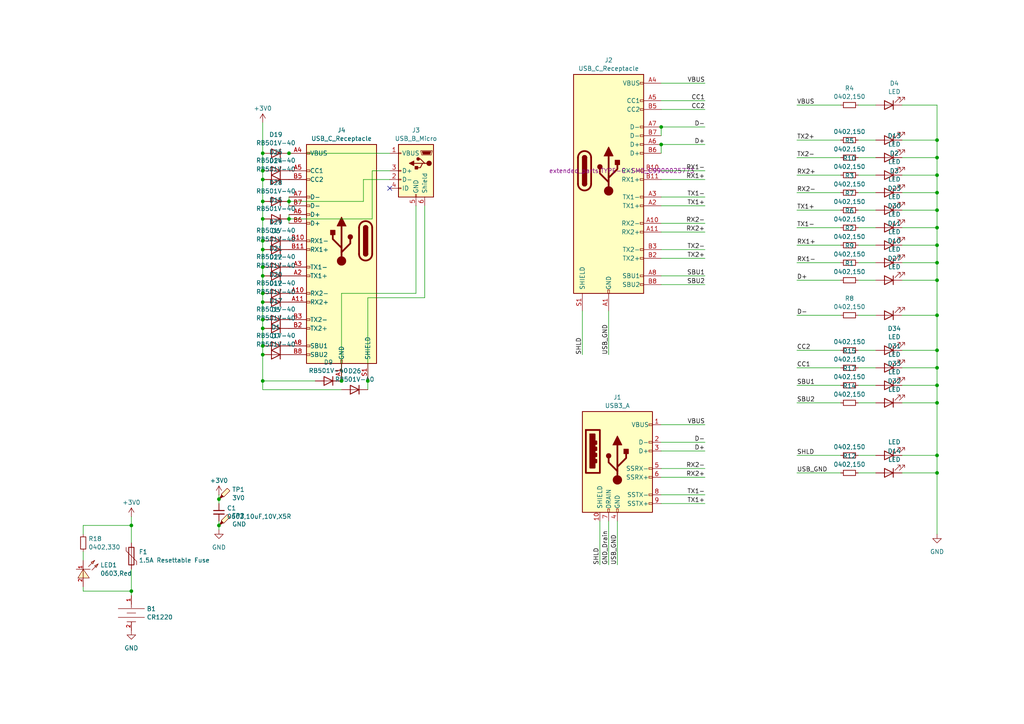
<source format=kicad_sch>
(kicad_sch (version 20231120) (generator "eeschema") (generator_version "8.0")
  (paper "A4")
  (lib_symbols
    (symbol "Connector:TestPoint_Probe" (pin_numbers hide) (pin_names (offset 0.762) hide)
      (property "Reference" "TP" (at 1.651 5.842 0))
      (property "Value" "TestPoint_Probe" (at 1.651 4.064 0))
      (symbol "TestPoint_Probe_1_1"
        (pin passive line (at 0 0 90) (length 0) (name "1") (number "1"))
      )
    )
    (symbol "Connector:USB3_A" (pin_names (offset 1.016))
      (property "Reference" "J" (at -10.16 15.24 0))
      (property "Value" "USB3_A" (at 10.16 15.24 0))
      (symbol "USB3_A_1_1"
        (pin power_in line (at 12.7 10.16 180) (length 2.54) (name "VBUS") (number "1"))
        (pin passive line (at -5.08 -17.78 90) (length 2.54) (name "SHIELD") (number "10"))
        (pin bidirectional line (at 12.7 5.08 180) (length 2.54) (name "D-") (number "2"))
        (pin bidirectional line (at 12.7 2.54 180) (length 2.54) (name "D+") (number "3"))
        (pin power_in line (at 0 -17.78 90) (length 2.54) (name "GND") (number "4"))
        (pin output line (at 12.7 -2.54 180) (length 2.54) (name "SSRX-") (number "5"))
        (pin output line (at 12.7 -5.08 180) (length 2.54) (name "SSRX+") (number "6"))
        (pin passive line (at -2.54 -17.78 90) (length 2.54) (name "DRAIN") (number "7"))
        (pin input line (at 12.7 -10.16 180) (length 2.54) (name "SSTX-") (number "8"))
        (pin input line (at 12.7 -12.7 180) (length 2.54) (name "SSTX+") (number "9"))
      )
    )
    (symbol "Connector:USB_B_Micro" (pin_names (offset 1.016))
      (property "Reference" "J" (at -5.08 11.43 0))
      (property "Value" "USB_B_Micro" (at -5.08 8.89 0))
      (symbol "USB_B_Micro_1_1"
        (pin power_out line (at 7.62 5.08 180) (length 2.54) (name "VBUS") (number "1"))
        (pin bidirectional line (at 7.62 -2.54 180) (length 2.54) (name "D-") (number "2"))
        (pin bidirectional line (at 7.62 0 180) (length 2.54) (name "D+") (number "3"))
        (pin passive line (at 7.62 -5.08 180) (length 2.54) (name "ID") (number "4"))
        (pin power_out line (at 0 -10.16 90) (length 2.54) (name "GND") (number "5"))
        (pin passive line (at -2.54 -10.16 90) (length 2.54) (name "Shield") (number "6"))
      )
    )
    (symbol "Connector:USB_C_Receptacle" (pin_names (offset 1.016))
      (property "Reference" "J" (at -10.16 29.21 0))
      (property "Value" "USB_C_Receptacle" (at 10.16 29.21 0))
      (symbol "USB_C_Receptacle_1_1"
        (pin passive line (at 0 -40.64 90) (length 5.08) (name "GND") (number "A1"))
        (pin bidirectional line (at 15.24 -15.24 180) (length 5.08) (name "RX2-") (number "A10"))
        (pin bidirectional line (at 15.24 -17.78 180) (length 5.08) (name "RX2+") (number "A11"))
        (pin passive line (at 0 -40.64 90) (length 5.08) hide (name "GND") (number "A12"))
        (pin bidirectional line (at 15.24 -10.16 180) (length 5.08) (name "TX1+") (number "A2"))
        (pin bidirectional line (at 15.24 -7.62 180) (length 5.08) (name "TX1-") (number "A3"))
        (pin passive line (at 15.24 25.4 180) (length 5.08) (name "VBUS") (number "A4"))
        (pin bidirectional line (at 15.24 20.32 180) (length 5.08) (name "CC1") (number "A5"))
        (pin bidirectional line (at 15.24 7.62 180) (length 5.08) (name "D+") (number "A6"))
        (pin bidirectional line (at 15.24 12.7 180) (length 5.08) (name "D-") (number "A7"))
        (pin bidirectional line (at 15.24 -30.48 180) (length 5.08) (name "SBU1") (number "A8"))
        (pin passive line (at 15.24 25.4 180) (length 5.08) hide (name "VBUS") (number "A9"))
        (pin passive line (at 0 -40.64 90) (length 5.08) hide (name "GND") (number "B1"))
        (pin bidirectional line (at 15.24 0 180) (length 5.08) (name "RX1-") (number "B10"))
        (pin bidirectional line (at 15.24 -2.54 180) (length 5.08) (name "RX1+") (number "B11"))
        (pin passive line (at 0 -40.64 90) (length 5.08) hide (name "GND") (number "B12"))
        (pin bidirectional line (at 15.24 -25.4 180) (length 5.08) (name "TX2+") (number "B2"))
        (pin bidirectional line (at 15.24 -22.86 180) (length 5.08) (name "TX2-") (number "B3"))
        (pin passive line (at 15.24 25.4 180) (length 5.08) hide (name "VBUS") (number "B4"))
        (pin bidirectional line (at 15.24 17.78 180) (length 5.08) (name "CC2") (number "B5"))
        (pin bidirectional line (at 15.24 5.08 180) (length 5.08) (name "D+") (number "B6"))
        (pin bidirectional line (at 15.24 10.16 180) (length 5.08) (name "D-") (number "B7"))
        (pin bidirectional line (at 15.24 -33.02 180) (length 5.08) (name "SBU2") (number "B8"))
        (pin passive line (at 15.24 25.4 180) (length 5.08) hide (name "VBUS") (number "B9"))
        (pin passive line (at -7.62 -40.64 90) (length 5.08) (name "SHIELD") (number "S1"))
      )
    )
    (symbol "Device:D" (pin_numbers hide) (pin_names (offset 1.016) hide)
      (property "Reference" "D" (at 0 2.54 0))
      (property "Value" "D" (at 0 -2.54 0))
      (symbol "D_1_1"
        (pin passive line (at -3.81 0 0) (length 2.54) (name "K") (number "1"))
        (pin passive line (at 3.81 0 180) (length 2.54) (name "A") (number "2"))
      )
    )
    (symbol "Device:LED" (pin_numbers hide) (pin_names (offset 1.016) hide)
      (property "Reference" "D" (at 0 2.54 0))
      (property "Value" "LED" (at 0 -2.54 0))
      (symbol "LED_1_1"
        (pin passive line (at -3.81 0 0) (length 2.54) (name "K") (number "1"))
        (pin passive line (at 3.81 0 180) (length 2.54) (name "A") (number "2"))
      )
    )
    (symbol "Device:Polyfuse" (pin_numbers hide) (pin_names (offset 0))
      (property "Reference" "F" (at -2.54 0 90))
      (property "Value" "Polyfuse" (at 2.54 0 90))
      (symbol "Polyfuse_1_1"
        (pin passive line (at 0 3.81 270) (length 1.27) (name "~") (number "1"))
        (pin passive line (at 0 -3.81 90) (length 1.27) (name "~") (number "2"))
      )
    )
    (symbol "jlcpcb-basic-capacitor:0603,10uF,10V,X5R "
      (property "Reference" "C" (at 1.71 0.508 0))
      (property "Value" "0603,10uF,10V,X5R " (at 1.71 -1.016 0))
      (symbol "0603,10uF,10V,X5R _0_0"
        (pin passive line (at 0 2.54 270) (length 2.032) (name "~") (number "1"))
        (pin passive line (at 0 -2.54 90) (length 2.032) (name "~") (number "2"))
      )
    )
    (symbol "jlcpcb-basic-resistor:0402,150"
      (property "Reference" "R" (at 0.762 0.508 0))
      (property "Value" "0402,150" (at 0.762 -1.016 0))
      (symbol "0402,150_0_0"
        (pin passive line (at 0 2.54 270) (length 0.762) (name "~") (number "1"))
        (pin passive line (at 0 -2.54 90) (length 0.762) (name "~") (number "2"))
      )
    )
    (symbol "jlcpcb-basic-resistor:0402,330"
      (property "Reference" "R" (at 0.762 0.508 0))
      (property "Value" "0402,330" (at 0.762 -1.016 0))
      (symbol "0402,330_0_0"
        (pin passive line (at 0 2.54 270) (length 0.762) (name "~") (number "1"))
        (pin passive line (at 0 -2.54 90) (length 0.762) (name "~") (number "2"))
      )
    )
    (symbol "jlcpcb-diodes:0603,Red" (pin_names hide)
      (property "Reference" "LED" (at 0 1.27 0))
      (property "Value" "0603,Red" (at 0 -2.54 0))
      (symbol "0603,Red_0_1"
        (pin unspecified line (at -3.81 0 0) (length 3.81) (name "K") (number "1"))
        (pin unspecified line (at 3.81 0 180) (length 3.81) (name "A") (number "2"))
      )
    )
    (symbol "jlcpcb-extended:CR1220" (pin_names hide)
      (property "Reference" "B" (at 0 1.27 0))
      (property "Value" "CR1220" (at 0 -2.54 0))
      (symbol "CR1220_0_1"
        (pin power_in line (at -5.08 0 0) (length 2.54) (name "+") (number "1"))
        (pin power_in line (at 5.08 0 180) (length 2.54) (name "-") (number "2"))
      )
    )
    (symbol "power:+3V0" (power) (pin_numbers hide) (pin_names (offset 0) hide)
      (property "Value" "+3V0" (at 0 3.556 0))
      (symbol "+3V0_1_1"
        (pin power_in line (at 0 0 90) (length 0) (name "~") (number "1"))
      )
    )
    (symbol "power:GND" (power) (pin_names (offset 0))
      (property "Value" "GND" (at 0 -3.81 0))
      (symbol "GND_1_1"
        (pin power_in line (at 0 0 270) (length 0) hide (name "GND") (number "1"))
      )
    )
  )
  (junction (at 76.2 110.49))
  (junction (at 99.06 110.49))
  (junction (at 83.82 63.5))
  (junction (at 63.5 152.4))
  (junction (at 83.82 58.42))
  (junction (at 191.77 36.83))
  (junction (at 271.78 132.08))
  (junction (at 76.2 72.39))
  (junction (at 76.2 80.01))
  (junction (at 271.78 60.96))
  (junction (at 271.78 55.88))
  (junction (at 76.2 87.63))
  (junction (at 76.2 69.85))
  (junction (at 76.2 95.25))
  (junction (at 83.82 44.45))
  (junction (at 76.2 63.5))
  (junction (at 271.78 106.68))
  (junction (at 271.78 116.84))
  (junction (at 38.1 171.45))
  (junction (at 38.1 152.4))
  (junction (at 106.68 110.49))
  (junction (at 76.2 44.45))
  (junction (at 271.78 111.76))
  (junction (at 271.78 91.44))
  (junction (at 271.78 50.8))
  (junction (at 271.78 76.2))
  (junction (at 76.2 58.42))
  (junction (at 76.2 100.33))
  (junction (at 271.78 45.72))
  (junction (at 76.2 49.53))
  (junction (at 76.2 77.47))
  (junction (at 76.2 102.87))
  (junction (at 271.78 101.6))
  (junction (at 63.5 144.78))
  (junction (at 271.78 66.04))
  (junction (at 191.77 41.91))
  (junction (at 271.78 137.16))
  (junction (at 271.78 71.12))
  (junction (at 76.2 85.09))
  (junction (at 271.78 40.64))
  (junction (at 271.78 81.28))
  (junction (at 76.2 52.07))
  (junction (at 76.2 92.71))
  (no_connect (at 113.03 54.61))
  (wire (pts (xy 191.77 41.91) (xy 191.77 44.45)))
  (wire (pts (xy 261.62 71.12) (xy 271.78 71.12)))
  (wire (pts (xy 191.77 123.19) (xy 204.47 123.19)))
  (wire (pts (xy 248.92 137.16) (xy 254 137.16)))
  (wire (pts (xy 271.78 116.84) (xy 271.78 132.08)))
  (wire (pts (xy 176.53 151.13) (xy 176.53 163.83)))
  (wire (pts (xy 261.62 55.88) (xy 271.78 55.88)))
  (wire (pts (xy 76.2 72.39) (xy 76.2 77.47)))
  (wire (pts (xy 99.06 113.03) (xy 76.2 113.03)))
  (wire (pts (xy 191.77 128.27) (xy 204.47 128.27)))
  (wire (pts (xy 243.84 132.08) (xy 231.14 132.08)))
  (wire (pts (xy 243.84 40.64) (xy 231.14 40.64)))
  (wire (pts (xy 191.77 36.83) (xy 204.47 36.83)))
  (wire (pts (xy 106.68 86.36) (xy 106.68 110.49)))
  (wire (pts (xy 261.62 66.04) (xy 271.78 66.04)))
  (wire (pts (xy 191.77 24.13) (xy 204.47 24.13)))
  (wire (pts (xy 191.77 135.89) (xy 204.47 135.89)))
  (wire (pts (xy 191.77 41.91) (xy 204.47 41.91)))
  (wire (pts (xy 248.92 111.76) (xy 254 111.76)))
  (wire (pts (xy 243.84 45.72) (xy 231.14 45.72)))
  (wire (pts (xy 76.2 100.33) (xy 76.2 102.87)))
  (wire (pts (xy 191.77 64.77) (xy 204.47 64.77)))
  (wire (pts (xy 248.92 40.64) (xy 254 40.64)))
  (wire (pts (xy 99.06 110.49) (xy 99.06 85.09)))
  (wire (pts (xy 243.84 30.48) (xy 231.14 30.48)))
  (wire (pts (xy 248.92 91.44) (xy 254 91.44)))
  (wire (pts (xy 243.84 55.88) (xy 231.14 55.88)))
  (wire (pts (xy 261.62 101.6) (xy 271.78 101.6)))
  (wire (pts (xy 248.92 30.48) (xy 254 30.48)))
  (wire (pts (xy 76.2 63.5) (xy 76.2 69.85)))
  (wire (pts (xy 248.92 101.6) (xy 254 101.6)))
  (wire (pts (xy 191.77 72.39) (xy 204.47 72.39)))
  (wire (pts (xy 191.77 67.31) (xy 204.47 67.31)))
  (wire (pts (xy 76.2 44.45) (xy 76.2 49.53)))
  (wire (pts (xy 248.92 71.12) (xy 254 71.12)))
  (wire (pts (xy 24.13 152.4) (xy 38.1 152.4)))
  (wire (pts (xy 271.78 30.48) (xy 271.78 40.64)))
  (wire (pts (xy 191.77 130.81) (xy 204.47 130.81)))
  (wire (pts (xy 243.84 76.2) (xy 231.14 76.2)))
  (wire (pts (xy 76.2 110.49) (xy 76.2 102.87)))
  (wire (pts (xy 261.62 111.76) (xy 271.78 111.76)))
  (wire (pts (xy 24.13 152.4) (xy 24.13 154.94)))
  (wire (pts (xy 76.2 95.25) (xy 76.2 100.33)))
  (wire (pts (xy 76.2 113.03) (xy 76.2 110.49)))
  (wire (pts (xy 38.1 152.4) (xy 38.1 157.48)))
  (wire (pts (xy 105.41 58.42) (xy 105.41 52.07)))
  (wire (pts (xy 83.82 63.5) (xy 83.82 64.77)))
  (wire (pts (xy 261.62 91.44) (xy 271.78 91.44)))
  (wire (pts (xy 99.06 85.09) (xy 120.65 85.09)))
  (wire (pts (xy 76.2 85.09) (xy 76.2 87.63)))
  (wire (pts (xy 271.78 76.2) (xy 271.78 81.28)))
  (wire (pts (xy 76.2 87.63) (xy 76.2 92.71)))
  (wire (pts (xy 179.07 151.13) (xy 179.07 163.83)))
  (wire (pts (xy 248.92 106.68) (xy 254 106.68)))
  (wire (pts (xy 191.77 138.43) (xy 204.47 138.43)))
  (wire (pts (xy 107.95 63.5) (xy 107.95 49.53)))
  (wire (pts (xy 243.84 50.8) (xy 231.14 50.8)))
  (wire (pts (xy 38.1 149.86) (xy 38.1 152.4)))
  (wire (pts (xy 191.77 36.83) (xy 191.77 39.37)))
  (wire (pts (xy 24.13 171.45) (xy 38.1 171.45)))
  (wire (pts (xy 271.78 91.44) (xy 271.78 101.6)))
  (wire (pts (xy 261.62 30.48) (xy 271.78 30.48)))
  (wire (pts (xy 83.82 62.23) (xy 83.82 63.5)))
  (wire (pts (xy 24.13 162.56) (xy 24.13 160.02)))
  (wire (pts (xy 261.62 60.96) (xy 271.78 60.96)))
  (wire (pts (xy 76.2 92.71) (xy 76.2 95.25)))
  (wire (pts (xy 76.2 69.85) (xy 76.2 72.39)))
  (wire (pts (xy 271.78 40.64) (xy 271.78 45.72)))
  (wire (pts (xy 248.92 76.2) (xy 254 76.2)))
  (wire (pts (xy 261.62 76.2) (xy 271.78 76.2)))
  (wire (pts (xy 76.2 77.47) (xy 76.2 80.01)))
  (wire (pts (xy 248.92 55.88) (xy 254 55.88)))
  (wire (pts (xy 271.78 45.72) (xy 271.78 50.8)))
  (wire (pts (xy 248.92 132.08) (xy 254 132.08)))
  (wire (pts (xy 243.84 71.12) (xy 231.14 71.12)))
  (wire (pts (xy 76.2 110.49) (xy 91.44 110.49)))
  (wire (pts (xy 243.84 116.84) (xy 231.14 116.84)))
  (wire (pts (xy 243.84 91.44) (xy 231.14 91.44)))
  (wire (pts (xy 271.78 71.12) (xy 271.78 76.2)))
  (wire (pts (xy 271.78 101.6) (xy 271.78 106.68)))
  (wire (pts (xy 191.77 74.93) (xy 204.47 74.93)))
  (wire (pts (xy 261.62 45.72) (xy 271.78 45.72)))
  (wire (pts (xy 261.62 40.64) (xy 271.78 40.64)))
  (wire (pts (xy 248.92 66.04) (xy 254 66.04)))
  (wire (pts (xy 243.84 60.96) (xy 231.14 60.96)))
  (wire (pts (xy 63.5 144.78) (xy 63.5 146.05)))
  (wire (pts (xy 38.1 165.1) (xy 38.1 171.45)))
  (wire (pts (xy 106.68 110.49) (xy 106.68 113.03)))
  (wire (pts (xy 83.82 57.15) (xy 83.82 58.42)))
  (wire (pts (xy 271.78 50.8) (xy 271.78 55.88)))
  (wire (pts (xy 76.2 58.42) (xy 76.2 63.5)))
  (wire (pts (xy 176.53 90.17) (xy 176.53 102.87)))
  (wire (pts (xy 271.78 81.28) (xy 271.78 91.44)))
  (wire (pts (xy 191.77 52.07) (xy 204.47 52.07)))
  (wire (pts (xy 248.92 50.8) (xy 254 50.8)))
  (wire (pts (xy 105.41 52.07) (xy 113.03 52.07)))
  (wire (pts (xy 261.62 116.84) (xy 271.78 116.84)))
  (wire (pts (xy 243.84 101.6) (xy 231.14 101.6)))
  (wire (pts (xy 271.78 137.16) (xy 271.78 154.94)))
  (wire (pts (xy 248.92 116.84) (xy 254 116.84)))
  (wire (pts (xy 83.82 63.5) (xy 107.95 63.5)))
  (wire (pts (xy 261.62 137.16) (xy 271.78 137.16)))
  (wire (pts (xy 191.77 49.53) (xy 204.47 49.53)))
  (wire (pts (xy 63.5 152.4) (xy 63.5 151.13)))
  (wire (pts (xy 271.78 55.88) (xy 271.78 60.96)))
  (wire (pts (xy 243.84 111.76) (xy 231.14 111.76)))
  (wire (pts (xy 191.77 59.69) (xy 204.47 59.69)))
  (wire (pts (xy 191.77 146.05) (xy 204.47 146.05)))
  (wire (pts (xy 261.62 106.68) (xy 271.78 106.68)))
  (wire (pts (xy 243.84 66.04) (xy 231.14 66.04)))
  (wire (pts (xy 63.5 143.51) (xy 63.5 144.78)))
  (wire (pts (xy 261.62 132.08) (xy 271.78 132.08)))
  (wire (pts (xy 243.84 137.16) (xy 231.14 137.16)))
  (wire (pts (xy 191.77 31.75) (xy 204.47 31.75)))
  (wire (pts (xy 248.92 81.28) (xy 254 81.28)))
  (wire (pts (xy 261.62 81.28) (xy 271.78 81.28)))
  (wire (pts (xy 271.78 66.04) (xy 271.78 71.12)))
  (wire (pts (xy 243.84 106.68) (xy 231.14 106.68)))
  (wire (pts (xy 123.19 59.69) (xy 123.19 86.36)))
  (wire (pts (xy 191.77 29.21) (xy 204.47 29.21)))
  (wire (pts (xy 123.19 86.36) (xy 106.68 86.36)))
  (wire (pts (xy 63.5 153.67) (xy 63.5 152.4)))
  (wire (pts (xy 248.92 45.72) (xy 254 45.72)))
  (wire (pts (xy 271.78 106.68) (xy 271.78 111.76)))
  (wire (pts (xy 24.13 170.18) (xy 24.13 171.45)))
  (wire (pts (xy 191.77 80.01) (xy 204.47 80.01)))
  (wire (pts (xy 243.84 81.28) (xy 231.14 81.28)))
  (wire (pts (xy 191.77 143.51) (xy 204.47 143.51)))
  (wire (pts (xy 271.78 60.96) (xy 271.78 66.04)))
  (wire (pts (xy 168.91 90.17) (xy 168.91 102.87)))
  (wire (pts (xy 76.2 80.01) (xy 76.2 85.09)))
  (wire (pts (xy 38.1 171.45) (xy 38.1 172.72)))
  (wire (pts (xy 107.95 49.53) (xy 113.03 49.53)))
  (wire (pts (xy 76.2 49.53) (xy 76.2 52.07)))
  (wire (pts (xy 261.62 50.8) (xy 271.78 50.8)))
  (wire (pts (xy 76.2 35.56) (xy 76.2 44.45)))
  (wire (pts (xy 83.82 58.42) (xy 83.82 59.69)))
  (wire (pts (xy 83.82 58.42) (xy 105.41 58.42)))
  (wire (pts (xy 191.77 57.15) (xy 204.47 57.15)))
  (wire (pts (xy 248.92 60.96) (xy 254 60.96)))
  (wire (pts (xy 120.65 85.09) (xy 120.65 59.69)))
  (wire (pts (xy 271.78 132.08) (xy 271.78 137.16)))
  (wire (pts (xy 173.99 151.13) (xy 173.99 163.83)))
  (wire (pts (xy 191.77 82.55) (xy 204.47 82.55)))
  (wire (pts (xy 271.78 111.76) (xy 271.78 116.84)))
  (wire (pts (xy 76.2 52.07) (xy 76.2 58.42)))
  (wire (pts (xy 83.82 44.45) (xy 113.03 44.45)))
  (label "SHLD" (at 173.99 163.83 90))
  (label "RX2-" (at 204.47 135.89 180))
  (label "TX2-" (at 204.47 72.39 180))
  (label "RX2+" (at 204.47 138.43 180))
  (label "VBUS" (at 204.47 24.13 180))
  (label "TX1+" (at 231.14 60.96 0))
  (label "RX1+" (at 231.14 71.12 0))
  (label "RX2-" (at 204.47 64.77 180))
  (label "TX2-" (at 231.14 45.72 0))
  (label "D+" (at 231.14 81.28 0))
  (label "D-" (at 231.14 91.44 0))
  (label "D+" (at 204.47 130.81 180))
  (label "SHLD" (at 168.91 102.87 90))
  (label "RX1-" (at 231.14 76.2 0))
  (label "TX1-" (at 204.47 143.51 180))
  (label "D-" (at 204.47 36.83 180))
  (label "VBUS" (at 204.47 123.19 180))
  (label "TX2+" (at 231.14 40.64 0))
  (label "CC1" (at 231.14 106.68 0))
  (label "VBUS" (at 231.14 30.48 0))
  (label "USB_GND" (at 176.53 102.87 90))
  (label "RX1-" (at 204.47 49.53 180))
  (label "SBU2" (at 204.47 82.55 180))
  (label "USB_GND" (at 231.14 137.16 0))
  (label "USB_GND" (at 179.07 163.83 90))
  (label "TX1+" (at 204.47 146.05 180))
  (label "RX2+" (at 231.14 50.8 0))
  (label "D-" (at 204.47 128.27 180))
  (label "CC2" (at 231.14 101.6 0))
  (label "SBU1" (at 204.47 80.01 180))
  (label "TX1-" (at 231.14 66.04 0))
  (label "CC1" (at 204.47 29.21 180))
  (label "RX2+" (at 204.47 67.31 180))
  (label "TX1+" (at 204.47 59.69 180))
  (label "SBU1" (at 231.14 111.76 0))
  (label "RX2-" (at 231.14 55.88 0))
  (label "TX2+" (at 204.47 74.93 180))
  (label "GND_Drain" (at 176.53 163.83 90))
  (label "SHLD" (at 231.14 132.08 0))
  (label "TX1-" (at 204.47 57.15 180))
  (label "D+" (at 204.47 41.91 180))
  (label "SBU2" (at 231.14 116.84 0))
  (label "CC2" (at 204.47 31.75 180))
  (label "RX1+" (at 204.47 52.07 180))
  (symbol (lib_id "Device:D") (at 80.01 77.47 180) (unit 1)
    (property "Reference" "D21" (at 80.01 72.0555 0))
    (property "Value" "RB501V-40" (at 80.01 74.4798 0))
    (property "Footprint" "Diode_SMD:D_SOD-323" (effects (hide yes)))
    (property "Description" "Diode" (effects (hide yes)))
    (property "Sim.Device" "D" (effects (hide yes)))
    (property "Sim.Pins" "1=K 2=A" (effects (hide yes)))
    (property "LCSC" "C7502717" (effects (hide yes)))
  )
  (symbol (lib_id "power:GND") (at 38.1 182.88 0) (unit 1)
    (property "Reference" "#PWR02" (effects (hide yes)))
    (property "Value" "GND" (at 38.1 187.96 0))
  )
  (symbol (lib_id "jlcpcb-diodes:0603,Red") (at 24.13 166.37 270) (unit 1)
    (property "Reference" "LED1" (at 29.083 163.8878 90) (effects (justify left)))
    (property "Value" "0603,Red" (at 29.083 166.3121 90) (effects (justify left)))
    (property "Footprint" "footprint:LED0603" (effects (hide yes)))
    (property "Datasheet" "https://item.szlcsc.com/347874.html" (effects (hide yes)))
    (property "LCSC" "C2286" (effects (hide yes)))
  )
  (symbol (lib_id "jlcpcb-basic-resistor:0402,150") (at 246.38 111.76 90) (unit 1)
    (property "Reference" "R17" (at 246.38 106.8789 90))
    (property "Value" "0402,150" (at 246.38 109.3032 90))
    (property "Footprint" "footprint:0402_1005Metric" (effects (hide yes)))
    (property "Datasheet" "https://datasheet.lcsc.com/lcsc/2110252230_UNI-ROYAL-Uniroyal-Elec-0402WGF1500TCE_C25082.pdf" (effects (hide yes)))
    (property "Description" "1% 1 16W Thick Film Resistors 50V   100ppm    -55    155   150   0402 Chip Resistor - Surface Mount ROHS" (effects (hide yes)))
    (property "LCSC" "C25082" (effects (hide yes)))
    (property "MFG" "UNI-ROYAL(Uniroyal Elec)" (effects (hide yes)))
    (property "MFGPN" "0402WGF1500TCE" (effects (hide yes)))
  )
  (symbol (lib_id "Device:D") (at 80.01 69.85 180) (unit 1)
    (property "Reference" "D29" (at 80.01 64.4355 0))
    (property "Value" "RB501V-40" (at 80.01 66.8598 0))
    (property "Footprint" "Diode_SMD:D_SOD-323" (effects (hide yes)))
    (property "Description" "Diode" (effects (hide yes)))
    (property "Sim.Device" "D" (effects (hide yes)))
    (property "Sim.Pins" "1=K 2=A" (effects (hide yes)))
    (property "LCSC" "C7502717" (effects (hide yes)))
  )
  (symbol (lib_id "jlcpcb-basic-resistor:0402,150") (at 246.38 91.44 90) (unit 1)
    (property "Reference" "R8" (at 246.38 86.5589 90))
    (property "Value" "0402,150" (at 246.38 88.9832 90))
    (property "Footprint" "footprint:0402_1005Metric" (effects (hide yes)))
    (property "Datasheet" "https://datasheet.lcsc.com/lcsc/2110252230_UNI-ROYAL-Uniroyal-Elec-0402WGF1500TCE_C25082.pdf" (effects (hide yes)))
    (property "Description" "1% 1 16W Thick Film Resistors 50V   100ppm    -55    155   150   0402 Chip Resistor - Surface Mount ROHS" (effects (hide yes)))
    (property "LCSC" "C25082" (effects (hide yes)))
    (property "MFG" "UNI-ROYAL(Uniroyal Elec)" (effects (hide yes)))
    (property "MFGPN" "0402WGF1500TCE" (effects (hide yes)))
  )
  (symbol (lib_id "jlcpcb-basic-resistor:0402,150") (at 246.38 116.84 90) (unit 1)
    (property "Reference" "R14" (at 246.38 111.9589 90))
    (property "Value" "0402,150" (at 246.38 114.3832 90))
    (property "Footprint" "footprint:0402_1005Metric" (effects (hide yes)))
    (property "Datasheet" "https://datasheet.lcsc.com/lcsc/2110252230_UNI-ROYAL-Uniroyal-Elec-0402WGF1500TCE_C25082.pdf" (effects (hide yes)))
    (property "Description" "1% 1 16W Thick Film Resistors 50V   100ppm    -55    155   150   0402 Chip Resistor - Surface Mount ROHS" (effects (hide yes)))
    (property "LCSC" "C25082" (effects (hide yes)))
    (property "MFG" "UNI-ROYAL(Uniroyal Elec)" (effects (hide yes)))
    (property "MFGPN" "0402WGF1500TCE" (effects (hide yes)))
  )
  (symbol (lib_id "jlcpcb-basic-resistor:0402,330") (at 24.13 157.48 0) (unit 1)
    (property "Reference" "R18" (at 25.6286 156.2678 0) (effects (justify left)))
    (property "Value" "0402,330" (at 25.6286 158.6921 0) (effects (justify left)))
    (property "Footprint" "footprint:0402_1005Metric" (effects (hide yes)))
    (property "Datasheet" "https://datasheet.lcsc.com/lcsc/2110252230_UNI-ROYAL-Uniroyal-Elec-0402WGF3300TCE_C25104.pdf" (effects (hide yes)))
    (property "Description" "1% 1 16W Thick Film Resistors 50V   100ppm    -55    155   330   0402 Chip Resistor - Surface Mount ROHS" (effects (hide yes)))
    (property "LCSC" "C25104" (effects (hide yes)))
    (property "MFG" "UNI-ROYAL(Uniroyal Elec)" (effects (hide yes)))
    (property "MFGPN" "0402WGF3300TCE" (effects (hide yes)))
  )
  (symbol (lib_id "jlcpcb-basic-resistor:0402,150") (at 246.38 101.6 90) (unit 1)
    (property "Reference" "R16" (effects (hide yes)))
    (property "Value" "0402,150" (at 246.38 99.1432 90))
    (property "Footprint" "footprint:0402_1005Metric" (effects (hide yes)))
    (property "Datasheet" "https://datasheet.lcsc.com/lcsc/2110252230_UNI-ROYAL-Uniroyal-Elec-0402WGF1500TCE_C25082.pdf" (effects (hide yes)))
    (property "Description" "1% 1 16W Thick Film Resistors 50V   100ppm    -55    155   150   0402 Chip Resistor - Surface Mount ROHS" (effects (hide yes)))
    (property "LCSC" "C25082" (effects (hide yes)))
    (property "MFG" "UNI-ROYAL(Uniroyal Elec)" (effects (hide yes)))
    (property "MFGPN" "0402WGF1500TCE" (effects (hide yes)))
  )
  (symbol (lib_id "power:+3V0") (at 38.1 149.86 0) (unit 1)
    (property "Reference" "#PWR05" (effects (hide yes)))
    (property "Value" "+3V0" (at 38.1 145.7269 0))
    (property "Description" "Power symbol creates a global label with name \"+3V0\"" (effects (hide yes)))
  )
  (symbol (lib_id "jlcpcb-basic-resistor:0402,150") (at 246.38 76.2 90) (unit 1)
    (property "Reference" "R9" (at 246.38 71.3189 90))
    (property "Value" "0402,150" (at 246.38 73.7432 90))
    (property "Footprint" "footprint:0402_1005Metric" (effects (hide yes)))
    (property "Datasheet" "https://datasheet.lcsc.com/lcsc/2110252230_UNI-ROYAL-Uniroyal-Elec-0402WGF1500TCE_C25082.pdf" (effects (hide yes)))
    (property "Description" "1% 1 16W Thick Film Resistors 50V   100ppm    -55    155   150   0402 Chip Resistor - Surface Mount ROHS" (effects (hide yes)))
    (property "LCSC" "C25082" (effects (hide yes)))
    (property "MFG" "UNI-ROYAL(Uniroyal Elec)" (effects (hide yes)))
    (property "MFGPN" "0402WGF1500TCE" (effects (hide yes)))
  )
  (symbol (lib_id "Connector:USB_B_Micro") (at 120.65 49.53 0) (mirror y) (unit 1)
    (property "Reference" "J3" (at 120.65 37.7655 0))
    (property "Value" "USB_B_Micro" (at 120.65 40.1898 0))
    (property "Footprint" "Connector_USB:USB_Micro-B_XKB_U254-051T-4BH83-F1S" (effects (hide yes)))
    (property "Description" "USB Micro Type B connector" (effects (hide yes)))
    (property "LCSC" "C2682231" (effects (hide yes)))
  )
  (symbol (lib_id "Connector:TestPoint_Probe") (at 63.5 152.4 0) (unit 1)
    (property "Reference" "TP2" (at 67.31 149.6003 0) (effects (justify left)))
    (property "Value" "GND" (at 67.31 152.0246 0) (effects (justify left)))
    (property "Footprint" "TestPoint:TestPoint_Loop_D1.80mm_Drill1.0mm_Beaded" (effects (hide yes)))
    (property "Description" "test point (alternative probe-style design)" (effects (hide yes)))
  )
  (symbol (lib_id "Device:LED") (at 257.81 30.48 180) (unit 1)
    (property "Reference" "D4" (at 259.3975 24.1765 0))
    (property "Value" "LED" (at 259.3975 26.6008 0))
    (property "Footprint" "LED_SMD:LED_0603_1608Metric" (effects (hide yes)))
    (property "Description" "Light emitting diode" (effects (hide yes)))
    (property "LCSC" "C2986059" (effects (hide yes)))
  )
  (symbol (lib_id "jlcpcb-basic-resistor:0402,150") (at 246.38 137.16 90) (unit 1)
    (property "Reference" "R12" (at 246.38 132.2789 90))
    (property "Value" "0402,150" (at 246.38 134.7032 90))
    (property "Footprint" "footprint:0402_1005Metric" (effects (hide yes)))
    (property "Datasheet" "https://datasheet.lcsc.com/lcsc/2110252230_UNI-ROYAL-Uniroyal-Elec-0402WGF1500TCE_C25082.pdf" (effects (hide yes)))
    (property "Description" "1% 1 16W Thick Film Resistors 50V   100ppm    -55    155   150   0402 Chip Resistor - Surface Mount ROHS" (effects (hide yes)))
    (property "LCSC" "C25082" (effects (hide yes)))
    (property "MFG" "UNI-ROYAL(Uniroyal Elec)" (effects (hide yes)))
    (property "MFGPN" "0402WGF1500TCE" (effects (hide yes)))
  )
  (symbol (lib_id "jlcpcb-basic-resistor:0402,150") (at 246.38 40.64 90) (unit 1)
    (property "Reference" "R11" (effects (hide yes)))
    (property "Value" "0402,150" (at 246.38 38.1832 90))
    (property "Footprint" "footprint:0402_1005Metric" (effects (hide yes)))
    (property "Datasheet" "https://datasheet.lcsc.com/lcsc/2110252230_UNI-ROYAL-Uniroyal-Elec-0402WGF1500TCE_C25082.pdf" (effects (hide yes)))
    (property "Description" "1% 1 16W Thick Film Resistors 50V   100ppm    -55    155   150   0402 Chip Resistor - Surface Mount ROHS" (effects (hide yes)))
    (property "LCSC" "C25082" (effects (hide yes)))
    (property "MFG" "UNI-ROYAL(Uniroyal Elec)" (effects (hide yes)))
    (property "MFGPN" "0402WGF1500TCE" (effects (hide yes)))
  )
  (symbol (lib_id "jlcpcb-basic-resistor:0402,150") (at 246.38 55.88 90) (unit 1)
    (property "Reference" "R3" (at 246.38 50.9989 90))
    (property "Value" "0402,150" (at 246.38 53.4232 90))
    (property "Footprint" "footprint:0402_1005Metric" (effects (hide yes)))
    (property "Datasheet" "https://datasheet.lcsc.com/lcsc/2110252230_UNI-ROYAL-Uniroyal-Elec-0402WGF1500TCE_C25082.pdf" (effects (hide yes)))
    (property "Description" "1% 1 16W Thick Film Resistors 50V   100ppm    -55    155   150   0402 Chip Resistor - Surface Mount ROHS" (effects (hide yes)))
    (property "LCSC" "C25082" (effects (hide yes)))
    (property "MFG" "UNI-ROYAL(Uniroyal Elec)" (effects (hide yes)))
    (property "MFGPN" "0402WGF1500TCE" (effects (hide yes)))
  )
  (symbol (lib_id "Device:D") (at 80.01 72.39 180) (unit 1)
    (property "Reference" "D6" (at 80.01 66.9755 0))
    (property "Value" "RB501V-40" (at 80.01 69.3998 0))
    (property "Footprint" "Diode_SMD:D_SOD-323" (effects (hide yes)))
    (property "Description" "Diode" (effects (hide yes)))
    (property "Sim.Device" "D" (effects (hide yes)))
    (property "Sim.Pins" "1=K 2=A" (effects (hide yes)))
    (property "LCSC" "C7502717" (effects (hide yes)))
  )
  (symbol (lib_id "Device:Polyfuse") (at 38.1 161.29 0) (unit 1)
    (property "Reference" "F1" (at 40.259 160.0778 0) (effects (justify left)))
    (property "Value" "1.5A Resettable Fuse" (at 40.259 162.5021 0) (effects (justify left)))
    (property "Footprint" "Fuse:Fuse_1206_3216Metric" (effects (hide yes)))
    (property "Description" "Resettable fuse, polymeric positive temperature coefficient" (effects (hide yes)))
    (property "LCSC" "C2838983" (effects (hide yes)))
  )
  (symbol (lib_id "Device:D") (at 80.01 63.5 180) (unit 1)
    (property "Reference" "D15" (at 80.01 58.0855 0))
    (property "Value" "RB501V-40" (at 80.01 60.5098 0))
    (property "Footprint" "Diode_SMD:D_SOD-323" (effects (hide yes)))
    (property "Description" "Diode" (effects (hide yes)))
    (property "Sim.Device" "D" (effects (hide yes)))
    (property "Sim.Pins" "1=K 2=A" (effects (hide yes)))
    (property "LCSC" "C7502717" (effects (hide yes)))
  )
  (symbol (lib_id "Device:LED") (at 257.81 50.8 180) (unit 1)
    (property "Reference" "D2" (at 259.3975 44.4965 0))
    (property "Value" "LED" (at 259.3975 46.9208 0))
    (property "Footprint" "LED_SMD:LED_0603_1608Metric" (effects (hide yes)))
    (property "Description" "Light emitting diode" (effects (hide yes)))
    (property "LCSC" "C2986059" (effects (hide yes)))
  )
  (symbol (lib_id "Device:LED") (at 257.81 45.72 180) (unit 1)
    (property "Reference" "D13" (at 259.3975 39.4165 0))
    (property "Value" "LED" (at 259.3975 41.8408 0))
    (property "Footprint" "LED_SMD:LED_0603_1608Metric" (effects (hide yes)))
    (property "Description" "Light emitting diode" (effects (hide yes)))
    (property "LCSC" "C2986059" (effects (hide yes)))
  )
  (symbol (lib_id "Device:LED") (at 257.81 101.6 180) (unit 1)
    (property "Reference" "D34" (at 259.3975 95.2965 0))
    (property "Value" "LED" (at 259.3975 97.7208 0))
    (property "Footprint" "LED_SMD:LED_0603_1608Metric" (effects (hide yes)))
    (property "Description" "Light emitting diode" (effects (hide yes)))
    (property "LCSC" "C2986059" (effects (hide yes)))
  )
  (symbol (lib_id "jlcpcb-basic-resistor:0402,150") (at 246.38 50.8 90) (unit 1)
    (property "Reference" "R10" (at 246.38 45.9189 90))
    (property "Value" "0402,150" (at 246.38 48.3432 90))
    (property "Footprint" "footprint:0402_1005Metric" (effects (hide yes)))
    (property "Datasheet" "https://datasheet.lcsc.com/lcsc/2110252230_UNI-ROYAL-Uniroyal-Elec-0402WGF1500TCE_C25082.pdf" (effects (hide yes)))
    (property "Description" "1% 1 16W Thick Film Resistors 50V   100ppm    -55    155   150   0402 Chip Resistor - Surface Mount ROHS" (effects (hide yes)))
    (property "LCSC" "C25082" (effects (hide yes)))
    (property "MFG" "UNI-ROYAL(Uniroyal Elec)" (effects (hide yes)))
    (property "MFGPN" "0402WGF1500TCE" (effects (hide yes)))
  )
  (symbol (lib_id "Device:D") (at 102.87 113.03 180) (unit 1)
    (property "Reference" "D26" (at 102.87 107.6155 0))
    (property "Value" "RB501V-40" (at 102.87 110.0398 0))
    (property "Footprint" "Diode_SMD:D_SOD-323" (effects (hide yes)))
    (property "Description" "Diode" (effects (hide yes)))
    (property "Sim.Device" "D" (effects (hide yes)))
    (property "Sim.Pins" "1=K 2=A" (effects (hide yes)))
    (property "LCSC" "C7502717" (effects (hide yes)))
  )
  (symbol (lib_id "Connector:USB_C_Receptacle") (at 176.53 49.53 0) (unit 1)
    (property "Reference" "J2" (at 176.53 17.4455 0))
    (property "Value" "USB_C_Receptacle" (at 176.53 19.8698 0))
    (property "Footprint" "extended_parts:TYPE-C-SMD_C9900025773" (at 180.34 49.53 0))
    (property "Datasheet" "https://www.usb.org/sites/default/files/documents/usb_type-c.zip" (effects (hide yes)))
    (property "Description" "USB Full-Featured Type-C Receptacle connector" (effects (hide yes)))
    (property "LCSC" "C5156605" (effects (hide yes)))
  )
  (symbol (lib_id "Device:D") (at 80.01 58.42 180) (unit 1)
    (property "Reference" "D28" (at 80.01 53.0055 0))
    (property "Value" "RB501V-40" (at 80.01 55.4298 0))
    (property "Footprint" "Diode_SMD:D_SOD-323" (effects (hide yes)))
    (property "Description" "Diode" (effects (hide yes)))
    (property "Sim.Device" "D" (effects (hide yes)))
    (property "Sim.Pins" "1=K 2=A" (effects (hide yes)))
    (property "LCSC" "C7502717" (effects (hide yes)))
  )
  (symbol (lib_id "Connector:USB_C_Receptacle") (at 99.06 69.85 0) (mirror y) (unit 1)
    (property "Reference" "J4" (at 99.06 37.7655 0))
    (property "Value" "USB_C_Receptacle" (at 99.06 40.1898 0))
    (property "Footprint" "extended_parts:TYPE-C-SMD_C9900025773" (effects (hide yes)))
    (property "Datasheet" "https://www.usb.org/sites/default/files/documents/usb_type-c.zip" (effects (hide yes)))
    (property "Description" "USB Full-Featured Type-C Receptacle connector" (effects (hide yes)))
    (property "LCSC" "C5156605" (effects (hide yes)))
  )
  (symbol (lib_id "Device:LED") (at 257.81 66.04 180) (unit 1)
    (property "Reference" "D30" (at 259.3975 59.7365 0))
    (property "Value" "LED" (at 259.3975 62.1608 0))
    (property "Footprint" "LED_SMD:LED_0603_1608Metric" (effects (hide yes)))
    (property "Description" "Light emitting diode" (effects (hide yes)))
    (property "LCSC" "C2986059" (effects (hide yes)))
  )
  (symbol (lib_id "Device:LED") (at 257.81 55.88 180) (unit 1)
    (property "Reference" "D3" (at 259.3975 49.5765 0))
    (property "Value" "LED" (at 259.3975 52.0008 0))
    (property "Footprint" "LED_SMD:LED_0603_1608Metric" (effects (hide yes)))
    (property "Description" "Light emitting diode" (effects (hide yes)))
    (property "LCSC" "C2986059" (effects (hide yes)))
  )
  (symbol (lib_id "Device:D") (at 80.01 49.53 180) (unit 1)
    (property "Reference" "D25" (at 80.01 44.1155 0))
    (property "Value" "RB501V-40" (at 80.01 46.5398 0))
    (property "Footprint" "Diode_SMD:D_SOD-323" (effects (hide yes)))
    (property "Description" "Diode" (effects (hide yes)))
    (property "Sim.Device" "D" (effects (hide yes)))
    (property "Sim.Pins" "1=K 2=A" (effects (hide yes)))
    (property "LCSC" "C7502717" (effects (hide yes)))
  )
  (symbol (lib_id "Device:LED") (at 257.81 81.28 180) (unit 1)
    (property "Reference" "D27" (at 259.3975 74.9765 0))
    (property "Value" "LED" (at 259.3975 77.4008 0))
    (property "Footprint" "LED_SMD:LED_0603_1608Metric" (effects (hide yes)))
    (property "Description" "Light emitting diode" (effects (hide yes)))
    (property "LCSC" "C2986059" (effects (hide yes)))
  )
  (symbol (lib_id "power:GND") (at 271.78 154.94 0) (unit 1)
    (property "Reference" "#PWR04" (effects (hide yes)))
    (property "Value" "GND" (at 271.78 160.02 0))
  )
  (symbol (lib_id "Device:D") (at 80.01 85.09 180) (unit 1)
    (property "Reference" "D20" (at 80.01 79.6755 0))
    (property "Value" "RB501V-40" (at 80.01 82.0998 0))
    (property "Footprint" "Diode_SMD:D_SOD-323" (effects (hide yes)))
    (property "Description" "Diode" (effects (hide yes)))
    (property "Sim.Device" "D" (effects (hide yes)))
    (property "Sim.Pins" "1=K 2=A" (effects (hide yes)))
    (property "LCSC" "C7502717" (effects (hide yes)))
  )
  (symbol (lib_id "jlcpcb-extended:CR1220") (at 38.1 177.8 270) (unit 1)
    (property "Reference" "B1" (at 42.545 176.5878 90) (effects (justify left)))
    (property "Value" "CR1220" (at 42.545 179.0121 90) (effects (justify left)))
    (property "Footprint" "footprint:BAT-SMD_BS-12-B2AA002" (effects (hide yes)))
    (property "Datasheet" "https://atta.szlcsc.com/upload/public/pdf/source/20201231/C964721_199C6EC0B9FA2987F2BCCA5E127C88A0.pdf" (effects (hide yes)))
    (property "LCSC" "C964721" (effects (hide yes)))
  )
  (symbol (lib_id "Device:LED") (at 257.81 132.08 180) (unit 1)
    (property "Reference" "D18" (effects (hide yes)))
    (property "Value" "LED" (at 259.3975 128.2008 0))
    (property "Footprint" "LED_SMD:LED_0603_1608Metric" (effects (hide yes)))
    (property "Description" "Light emitting diode" (effects (hide yes)))
    (property "LCSC" "C2986059" (effects (hide yes)))
  )
  (symbol (lib_id "Device:D") (at 80.01 80.01 180) (unit 1)
    (property "Reference" "D22" (at 80.01 74.5955 0))
    (property "Value" "RB501V-40" (at 80.01 77.0198 0))
    (property "Footprint" "Diode_SMD:D_SOD-323" (effects (hide yes)))
    (property "Description" "Diode" (effects (hide yes)))
    (property "Sim.Device" "D" (effects (hide yes)))
    (property "Sim.Pins" "1=K 2=A" (effects (hide yes)))
    (property "LCSC" "C7502717" (effects (hide yes)))
  )
  (symbol (lib_id "Device:D") (at 80.01 102.87 180) (unit 1)
    (property "Reference" "D7" (at 80.01 97.4555 0))
    (property "Value" "RB501V-40" (at 80.01 99.8798 0))
    (property "Footprint" "Diode_SMD:D_SOD-323" (effects (hide yes)))
    (property "Description" "Diode" (effects (hide yes)))
    (property "Sim.Device" "D" (effects (hide yes)))
    (property "Sim.Pins" "1=K 2=A" (effects (hide yes)))
    (property "LCSC" "C7502717" (effects (hide yes)))
  )
  (symbol (lib_id "Device:LED") (at 257.81 91.44 180) (unit 1)
    (property "Reference" "D16" (effects (hide yes)))
    (property "Value" "LED" (effects (hide yes)))
    (property "Footprint" "LED_SMD:LED_0603_1608Metric" (effects (hide yes)))
    (property "Description" "Light emitting diode" (effects (hide yes)))
    (property "LCSC" "C2986059" (effects (hide yes)))
  )
  (symbol (lib_id "Device:LED") (at 257.81 106.68 180) (unit 1)
    (property "Reference" "D31" (at 259.3975 100.3765 0))
    (property "Value" "LED" (at 259.3975 102.8008 0))
    (property "Footprint" "LED_SMD:LED_0603_1608Metric" (effects (hide yes)))
    (property "Description" "Light emitting diode" (effects (hide yes)))
    (property "LCSC" "C2986059" (effects (hide yes)))
  )
  (symbol (lib_id "Device:LED") (at 257.81 137.16 180) (unit 1)
    (property "Reference" "D14" (at 259.3975 130.8565 0))
    (property "Value" "LED" (at 259.3975 133.2808 0))
    (property "Footprint" "LED_SMD:LED_0603_1608Metric" (effects (hide yes)))
    (property "Description" "Light emitting diode" (effects (hide yes)))
    (property "LCSC" "C2986059" (effects (hide yes)))
  )
  (symbol (lib_id "power:GND") (at 63.5 153.67 0) (unit 1)
    (property "Reference" "#PWR06" (effects (hide yes)))
    (property "Value" "GND" (at 63.5 158.75 0))
  )
  (symbol (lib_id "jlcpcb-basic-resistor:0402,150") (at 246.38 66.04 90) (unit 1)
    (property "Reference" "R6" (at 246.38 61.1589 90))
    (property "Value" "0402,150" (at 246.38 63.5832 90))
    (property "Footprint" "footprint:0402_1005Metric" (effects (hide yes)))
    (property "Datasheet" "https://datasheet.lcsc.com/lcsc/2110252230_UNI-ROYAL-Uniroyal-Elec-0402WGF1500TCE_C25082.pdf" (effects (hide yes)))
    (property "Description" "1% 1 16W Thick Film Resistors 50V   100ppm    -55    155   150   0402 Chip Resistor - Surface Mount ROHS" (effects (hide yes)))
    (property "LCSC" "C25082" (effects (hide yes)))
    (property "MFG" "UNI-ROYAL(Uniroyal Elec)" (effects (hide yes)))
    (property "MFGPN" "0402WGF1500TCE" (effects (hide yes)))
  )
  (symbol (lib_id "jlcpcb-basic-resistor:0402,150") (at 246.38 106.68 90) (unit 1)
    (property "Reference" "R15" (at 246.38 101.7989 90))
    (property "Value" "0402,150" (at 246.38 104.2232 90))
    (property "Footprint" "footprint:0402_1005Metric" (effects (hide yes)))
    (property "Datasheet" "https://datasheet.lcsc.com/lcsc/2110252230_UNI-ROYAL-Uniroyal-Elec-0402WGF1500TCE_C25082.pdf" (effects (hide yes)))
    (property "Description" "1% 1 16W Thick Film Resistors 50V   100ppm    -55    155   150   0402 Chip Resistor - Surface Mount ROHS" (effects (hide yes)))
    (property "LCSC" "C25082" (effects (hide yes)))
    (property "MFG" "UNI-ROYAL(Uniroyal Elec)" (effects (hide yes)))
    (property "MFGPN" "0402WGF1500TCE" (effects (hide yes)))
  )
  (symbol (lib_id "Device:D") (at 80.01 100.33 180) (unit 1)
    (property "Reference" "D1" (at 80.01 94.9155 0))
    (property "Value" "RB501V-40" (at 80.01 97.3398 0))
    (property "Footprint" "Diode_SMD:D_SOD-323" (effects (hide yes)))
    (property "Description" "Diode" (effects (hide yes)))
    (property "Sim.Device" "D" (effects (hide yes)))
    (property "Sim.Pins" "1=K 2=A" (effects (hide yes)))
    (property "LCSC" "C7502717" (effects (hide yes)))
  )
  (symbol (lib_id "Device:LED") (at 257.81 71.12 180) (unit 1)
    (property "Reference" "D11" (at 259.3975 64.8165 0))
    (property "Value" "LED" (at 259.3975 67.2408 0))
    (property "Footprint" "LED_SMD:LED_0603_1608Metric" (effects (hide yes)))
    (property "Description" "Light emitting diode" (effects (hide yes)))
    (property "LCSC" "C2986059" (effects (hide yes)))
  )
  (symbol (lib_id "power:+3V0") (at 63.5 143.51 0) (unit 1)
    (property "Reference" "#PWR01" (effects (hide yes)))
    (property "Value" "+3V0" (at 63.5 139.3769 0))
    (property "Description" "Power symbol creates a global label with name \"+3V0\"" (effects (hide yes)))
  )
  (symbol (lib_id "Device:D") (at 80.01 44.45 180) (unit 1)
    (property "Reference" "D19" (at 80.01 39.0355 0))
    (property "Value" "RB501V-40" (at 80.01 41.4598 0))
    (property "Footprint" "Diode_SMD:D_SOD-323" (effects (hide yes)))
    (property "Description" "Diode" (effects (hide yes)))
    (property "Sim.Device" "D" (effects (hide yes)))
    (property "Sim.Pins" "1=K 2=A" (effects (hide yes)))
    (property "LCSC" "C7502717" (effects (hide yes)))
  )
  (symbol (lib_id "Device:LED") (at 257.81 60.96 180) (unit 1)
    (property "Reference" "D23" (at 259.3975 54.6565 0))
    (property "Value" "LED" (at 259.3975 57.0808 0))
    (property "Footprint" "LED_SMD:LED_0603_1608Metric" (effects (hide yes)))
    (property "Description" "Light emitting diode" (effects (hide yes)))
    (property "LCSC" "C2986059" (effects (hide yes)))
  )
  (symbol (lib_id "jlcpcb-basic-resistor:0402,150") (at 246.38 132.08 90) (unit 1)
    (property "Reference" "R13" (effects (hide yes)))
    (property "Value" "0402,150" (at 246.38 129.6232 90))
    (property "Footprint" "footprint:0402_1005Metric" (effects (hide yes)))
    (property "Datasheet" "https://datasheet.lcsc.com/lcsc/2110252230_UNI-ROYAL-Uniroyal-Elec-0402WGF1500TCE_C25082.pdf" (effects (hide yes)))
    (property "Description" "1% 1 16W Thick Film Resistors 50V   100ppm    -55    155   150   0402 Chip Resistor - Surface Mount ROHS" (effects (hide yes)))
    (property "LCSC" "C25082" (effects (hide yes)))
    (property "MFG" "UNI-ROYAL(Uniroyal Elec)" (effects (hide yes)))
    (property "MFGPN" "0402WGF1500TCE" (effects (hide yes)))
  )
  (symbol (lib_id "Device:D") (at 80.01 52.07 180) (unit 1)
    (property "Reference" "D24" (at 80.01 46.6555 0))
    (property "Value" "RB501V-40" (at 80.01 49.0798 0))
    (property "Footprint" "Diode_SMD:D_SOD-323" (effects (hide yes)))
    (property "Description" "Diode" (effects (hide yes)))
    (property "Sim.Device" "D" (effects (hide yes)))
    (property "Sim.Pins" "1=K 2=A" (effects (hide yes)))
    (property "LCSC" "C7502717" (effects (hide yes)))
  )
  (symbol (lib_id "Device:D") (at 80.01 87.63 180) (unit 1)
    (property "Reference" "D12" (at 80.01 82.2155 0))
    (property "Value" "RB501V-40" (at 80.01 84.6398 0))
    (property "Footprint" "Diode_SMD:D_SOD-323" (effects (hide yes)))
    (property "Description" "Diode" (effects (hide yes)))
    (property "Sim.Device" "D" (effects (hide yes)))
    (property "Sim.Pins" "1=K 2=A" (effects (hide yes)))
    (property "LCSC" "C7502717" (effects (hide yes)))
  )
  (symbol (lib_id "Device:D") (at 80.01 92.71 180) (unit 1)
    (property "Reference" "D17" (at 80.01 87.2955 0))
    (property "Value" "RB501V-40" (at 80.01 89.7198 0))
    (property "Footprint" "Diode_SMD:D_SOD-323" (effects (hide yes)))
    (property "Description" "Diode" (effects (hide yes)))
    (property "Sim.Device" "D" (effects (hide yes)))
    (property "Sim.Pins" "1=K 2=A" (effects (hide yes)))
    (property "LCSC" "C7502717" (effects (hide yes)))
  )
  (symbol (lib_id "Device:D") (at 95.25 110.49 180) (unit 1)
    (property "Reference" "D9" (at 95.25 105.0755 0))
    (property "Value" "RB501V-40" (at 95.25 107.4998 0))
    (property "Footprint" "Diode_SMD:D_SOD-323" (effects (hide yes)))
    (property "Description" "Diode" (effects (hide yes)))
    (property "Sim.Device" "D" (effects (hide yes)))
    (property "Sim.Pins" "1=K 2=A" (effects (hide yes)))
    (property "LCSC" "C7502717" (effects (hide yes)))
  )
  (symbol (lib_id "Device:LED") (at 257.81 116.84 180) (unit 1)
    (property "Reference" "D32" (at 259.3975 110.5365 0))
    (property "Value" "LED" (at 259.3975 112.9608 0))
    (property "Footprint" "LED_SMD:LED_0603_1608Metric" (effects (hide yes)))
    (property "Description" "Light emitting diode" (effects (hide yes)))
    (property "LCSC" "C2986059" (effects (hide yes)))
  )
  (symbol (lib_id "jlcpcb-basic-resistor:0402,150") (at 246.38 71.12 90) (unit 1)
    (property "Reference" "R2" (at 246.38 66.2389 90))
    (property "Value" "0402,150" (at 246.38 68.6632 90))
    (property "Footprint" "footprint:0402_1005Metric" (effects (hide yes)))
    (property "Datasheet" "https://datasheet.lcsc.com/lcsc/2110252230_UNI-ROYAL-Uniroyal-Elec-0402WGF1500TCE_C25082.pdf" (effects (hide yes)))
    (property "Description" "1% 1 16W Thick Film Resistors 50V   100ppm    -55    155   150   0402 Chip Resistor - Surface Mount ROHS" (effects (hide yes)))
    (property "LCSC" "C25082" (effects (hide yes)))
    (property "MFG" "UNI-ROYAL(Uniroyal Elec)" (effects (hide yes)))
    (property "MFGPN" "0402WGF1500TCE" (effects (hide yes)))
  )
  (symbol (lib_id "Device:D") (at 80.01 95.25 180) (unit 1)
    (property "Reference" "D5" (at 80.01 89.8355 0))
    (property "Value" "RB501V-40" (at 80.01 92.2598 0))
    (property "Footprint" "Diode_SMD:D_SOD-323" (effects (hide yes)))
    (property "Description" "Diode" (effects (hide yes)))
    (property "Sim.Device" "D" (effects (hide yes)))
    (property "Sim.Pins" "1=K 2=A" (effects (hide yes)))
    (property "LCSC" "C7502717" (effects (hide yes)))
  )
  (symbol (lib_id "jlcpcb-basic-resistor:0402,150") (at 246.38 60.96 90) (unit 1)
    (property "Reference" "R7" (at 246.38 56.0789 90))
    (property "Value" "0402,150" (at 246.38 58.5032 90))
    (property "Footprint" "footprint:0402_1005Metric" (effects (hide yes)))
    (property "Datasheet" "https://datasheet.lcsc.com/lcsc/2110252230_UNI-ROYAL-Uniroyal-Elec-0402WGF1500TCE_C25082.pdf" (effects (hide yes)))
    (property "Description" "1% 1 16W Thick Film Resistors 50V   100ppm    -55    155   150   0402 Chip Resistor - Surface Mount ROHS" (effects (hide yes)))
    (property "LCSC" "C25082" (effects (hide yes)))
    (property "MFG" "UNI-ROYAL(Uniroyal Elec)" (effects (hide yes)))
    (property "MFGPN" "0402WGF1500TCE" (effects (hide yes)))
  )
  (symbol (lib_id "Connector:TestPoint_Probe") (at 63.5 144.78 0) (unit 1)
    (property "Reference" "TP1" (at 67.31 141.9803 0) (effects (justify left)))
    (property "Value" "3V0" (at 67.31 144.4046 0) (effects (justify left)))
    (property "Footprint" "TestPoint:TestPoint_Loop_D1.80mm_Drill1.0mm_Beaded" (effects (hide yes)))
    (property "Description" "test point (alternative probe-style design)" (effects (hide yes)))
  )
  (symbol (lib_id "Connector:USB3_A") (at 179.07 133.35 0) (unit 1)
    (property "Reference" "J1" (at 179.07 115.2355 0))
    (property "Value" "USB3_A" (at 179.07 117.6598 0))
    (property "Footprint" "extended_parts:USB-A-SMD_HC-USB3.0-C225-P" (effects (hide yes)))
    (property "Description" "USB 3.0 A connector" (effects (hide yes)))
    (property "LCSC" "C7501855" (effects (hide yes)))
  )
  (symbol (lib_id "jlcpcb-basic-capacitor:0603,10uF,10V,X5R ") (at 63.5 148.59 0) (unit 1)
    (property "Reference" "C1" (at 65.8114 147.3778 0) (effects (justify left)))
    (property "Value" "0603,10uF,10V,X5R " (at 65.8114 149.8021 0) (effects (justify left)))
    (property "Footprint" "footprint:0603_1608Metric" (effects (hide yes)))
    (property "Datasheet" "https://datasheet.lcsc.com/lcsc/1810191219_Samsung-Electro-Mechanics-CL10A106KP8NNNC_C19702.pdf" (effects (hide yes)))
    (property "Description" "10V 10uF X5R   10% 0603 Multilayer Ceramic Capacitors MLCC - SMD SMT ROHS" (effects (hide yes)))
    (property "LCSC" "C19702" (effects (hide yes)))
    (property "MFG" "Samsung Electro-Mechanics" (effects (hide yes)))
    (property "MFGPN" "CL10A106KP8NNNC" (effects (hide yes)))
  )
  (symbol (lib_id "jlcpcb-basic-resistor:0402,150") (at 246.38 45.72 90) (unit 1)
    (property "Reference" "R5" (at 246.38 40.8389 90))
    (property "Value" "0402,150" (at 246.38 43.2632 90))
    (property "Footprint" "footprint:0402_1005Metric" (effects (hide yes)))
    (property "Datasheet" "https://datasheet.lcsc.com/lcsc/2110252230_UNI-ROYAL-Uniroyal-Elec-0402WGF1500TCE_C25082.pdf" (effects (hide yes)))
    (property "Description" "1% 1 16W Thick Film Resistors 50V   100ppm    -55    155   150   0402 Chip Resistor - Surface Mount ROHS" (effects (hide yes)))
    (property "LCSC" "C25082" (effects (hide yes)))
    (property "MFG" "UNI-ROYAL(Uniroyal Elec)" (effects (hide yes)))
    (property "MFGPN" "0402WGF1500TCE" (effects (hide yes)))
  )
  (symbol (lib_id "Device:LED") (at 257.81 40.64 180) (unit 1)
    (property "Reference" "D8" (effects (hide yes)))
    (property "Value" "LED" (effects (hide yes)))
    (property "Footprint" "LED_SMD:LED_0603_1608Metric" (effects (hide yes)))
    (property "Description" "Light emitting diode" (effects (hide yes)))
    (property "LCSC" "C2986059" (effects (hide yes)))
  )
  (symbol (lib_id "jlcpcb-basic-resistor:0402,150") (at 246.38 81.28 90) (unit 1)
    (property "Reference" "R1" (at 246.38 76.3989 90))
    (property "Value" "0402,150" (at 246.38 78.8232 90))
    (property "Footprint" "footprint:0402_1005Metric" (effects (hide yes)))
    (property "Datasheet" "https://datasheet.lcsc.com/lcsc/2110252230_UNI-ROYAL-Uniroyal-Elec-0402WGF1500TCE_C25082.pdf" (effects (hide yes)))
    (property "Description" "1% 1 16W Thick Film Resistors 50V   100ppm    -55    155   150   0402 Chip Resistor - Surface Mount ROHS" (effects (hide yes)))
    (property "LCSC" "C25082" (effects (hide yes)))
    (property "MFG" "UNI-ROYAL(Uniroyal Elec)" (effects (hide yes)))
    (property "MFGPN" "0402WGF1500TCE" (effects (hide yes)))
  )
  (symbol (lib_id "power:+3V0") (at 76.2 35.56 0) (unit 1)
    (property "Reference" "#PWR03" (effects (hide yes)))
    (property "Value" "+3V0" (at 76.2 31.4269 0))
    (property "Description" "Power symbol creates a global label with name \"+3V0\"" (effects (hide yes)))
  )
  (symbol (lib_id "Device:LED") (at 257.81 111.76 180) (unit 1)
    (property "Reference" "D33" (at 259.3975 105.4565 0))
    (property "Value" "LED" (at 259.3975 107.8808 0))
    (property "Footprint" "LED_SMD:LED_0603_1608Metric" (effects (hide yes)))
    (property "Description" "Light emitting diode" (effects (hide yes)))
    (property "LCSC" "C2986059" (effects (hide yes)))
  )
  (symbol (lib_id "jlcpcb-basic-resistor:0402,150") (at 246.38 30.48 90) (unit 1)
    (property "Reference" "R4" (at 246.38 25.5989 90))
    (property "Value" "0402,150" (at 246.38 28.0232 90))
    (property "Footprint" "footprint:0402_1005Metric" (effects (hide yes)))
    (property "Datasheet" "https://datasheet.lcsc.com/lcsc/2110252230_UNI-ROYAL-Uniroyal-Elec-0402WGF1500TCE_C25082.pdf" (effects (hide yes)))
    (property "Description" "1% 1 16W Thick Film Resistors 50V   100ppm    -55    155   150   0402 Chip Resistor - Surface Mount ROHS" (effects (hide yes)))
    (property "LCSC" "C25082" (effects (hide yes)))
    (property "MFG" "UNI-ROYAL(Uniroyal Elec)" (effects (hide yes)))
    (property "MFGPN" "0402WGF1500TCE" (effects (hide yes)))
  )
  (symbol (lib_id "Device:LED") (at 257.81 76.2 180) (unit 1)
    (property "Reference" "D10" (at 259.3975 69.8965 0))
    (property "Value" "LED" (at 259.3975 72.3208 0))
    (property "Footprint" "LED_SMD:LED_0603_1608Metric" (effects (hide yes)))
    (property "Description" "Light emitting diode" (effects (hide yes)))
    (property "LCSC" "C2986059" (effects (hide yes)))
  )
)
</source>
